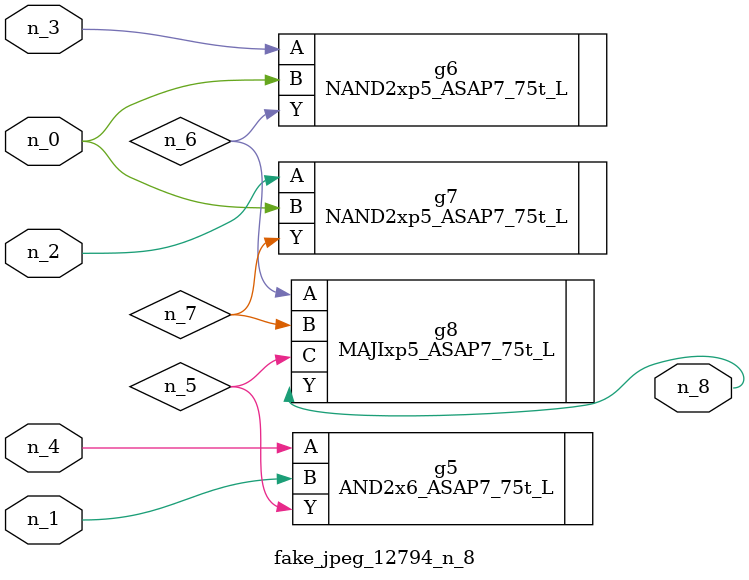
<source format=v>
module fake_jpeg_12794_n_8 (n_3, n_2, n_1, n_0, n_4, n_8);

input n_3;
input n_2;
input n_1;
input n_0;
input n_4;

output n_8;

wire n_6;
wire n_5;
wire n_7;

AND2x6_ASAP7_75t_L g5 ( 
.A(n_4),
.B(n_1),
.Y(n_5)
);

NAND2xp5_ASAP7_75t_L g6 ( 
.A(n_3),
.B(n_0),
.Y(n_6)
);

NAND2xp5_ASAP7_75t_L g7 ( 
.A(n_2),
.B(n_0),
.Y(n_7)
);

MAJIxp5_ASAP7_75t_L g8 ( 
.A(n_6),
.B(n_7),
.C(n_5),
.Y(n_8)
);


endmodule
</source>
